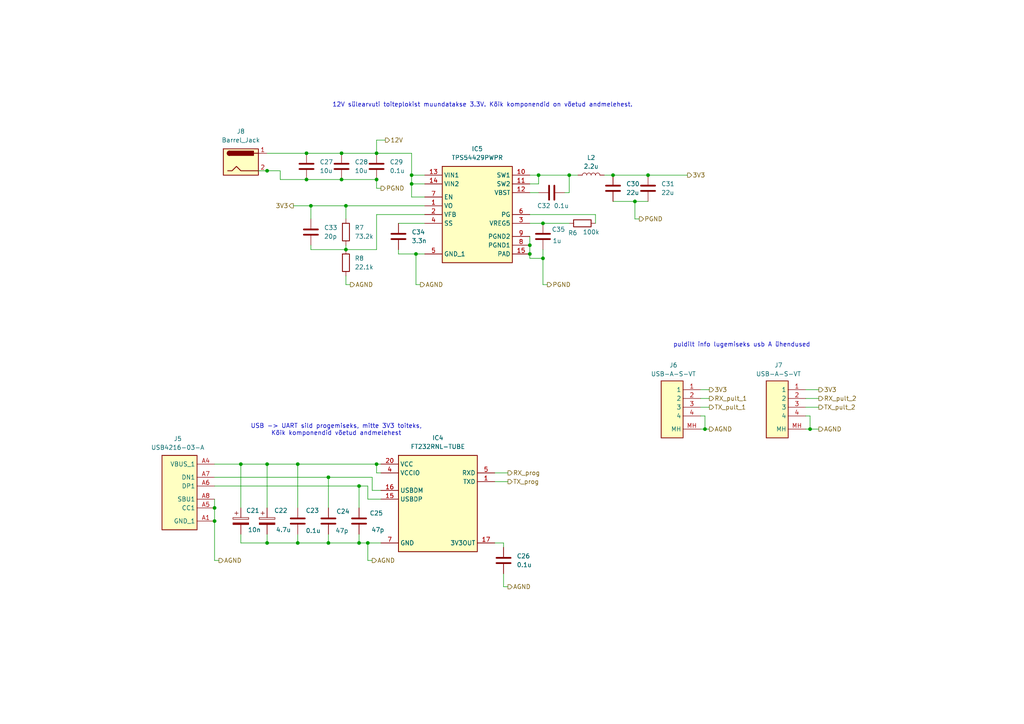
<source format=kicad_sch>
(kicad_sch (version 20250114) (generator "eeschema") (generator_version "9.0")
  (paper "A4")
  (lib_symbols
    (symbol "Connector:Barrel_Jack" (pin_names (offset 1.016))
      (property "Reference" "J" (at 0 5.334 0))
      (property "Value" "Barrel_Jack" (at 0 -5.08 0))
      (symbol "Barrel_Jack_0_1"
        (rectangle (start -5.08 3.81) (end 5.08 -3.81) (stroke (width 0.254)) (fill (type background)))
        (polyline (pts (xy -3.81 -2.54) (xy -2.54 -2.54) (xy -1.27 -1.27) (xy 0 -2.54) (xy 2.54 -2.54) (xy 5.08 -2.54)) (stroke (width 0.254)))
        (arc (start -3.302 1.905) (mid -3.9343 2.54) (end -3.302 3.175) (stroke (width 0.254)))
        (arc (start -3.302 1.905) (mid -3.9343 2.54) (end -3.302 3.175) (stroke (width 0.254)) (fill (type outline)))
        (rectangle (start 3.683 3.175) (end -3.302 1.905) (stroke (width 0.254)) (fill (type outline)))
        (polyline (pts (xy 5.08 2.54) (xy 3.81 2.54)) (stroke (width 0.254)))
      )
      (symbol "Barrel_Jack_1_1"
        (pin passive line (at 7.62 2.54 180) (length 2.54) (name "~") (number "1"))
        (pin passive line (at 7.62 -2.54 180) (length 2.54) (name "~") (number "2"))
      )
    )
    (symbol "Device:C" (pin_numbers (hide yes)) (pin_names (offset 0.254))
      (property "Reference" "C" (at 0.635 2.54 0))
      (property "Value" "C" (at 0.635 -2.54 0))
      (symbol "C_0_1"
        (polyline (pts (xy -2.032 0.762) (xy 2.032 0.762)) (stroke (width 0.508)))
        (polyline (pts (xy -2.032 -0.762) (xy 2.032 -0.762)) (stroke (width 0.508)))
      )
      (symbol "C_1_1"
        (pin passive line (at 0 3.81 270) (length 2.794) (name "~") (number "1"))
        (pin passive line (at 0 -3.81 90) (length 2.794) (name "~") (number "2"))
      )
    )
    (symbol "Device:C_Polarized" (pin_numbers (hide yes)) (pin_names (offset 0.254))
      (property "Reference" "C" (at 0.635 2.54 0))
      (property "Value" "C_Polarized" (at 0.635 -2.54 0))
      (symbol "C_Polarized_0_1"
        (rectangle (start -2.286 0.508) (end 2.286 1.016))
        (polyline (pts (xy -1.778 2.286) (xy -0.762 2.286)))
        (polyline (pts (xy -1.27 2.794) (xy -1.27 1.778)))
        (rectangle (start 2.286 -0.508) (end -2.286 -1.016) (fill (type outline)))
      )
      (symbol "C_Polarized_1_1"
        (pin passive line (at 0 3.81 270) (length 2.794) (name "~") (number "1"))
        (pin passive line (at 0 -3.81 90) (length 2.794) (name "~") (number "2"))
      )
    )
    (symbol "Device:L" (pin_numbers (hide yes)) (pin_names (offset 1.016) (hide yes))
      (property "Reference" "L" (at -1.27 0 90))
      (property "Value" "L" (at 1.905 0 90))
      (symbol "L_0_1"
        (arc (start 0 2.54) (mid 0.6323 1.905) (end 0 1.27))
        (arc (start 0 1.27) (mid 0.6323 0.635) (end 0 0))
        (arc (start 0 0) (mid 0.6323 -0.635) (end 0 -1.27))
        (arc (start 0 -1.27) (mid 0.6323 -1.905) (end 0 -2.54))
      )
      (symbol "L_1_1"
        (pin passive line (at 0 3.81 270) (length 1.27) (name "1") (number "1"))
        (pin passive line (at 0 -3.81 90) (length 1.27) (name "2") (number "2"))
      )
    )
    (symbol "Device:R" (pin_numbers (hide yes)) (pin_names (offset 0))
      (property "Reference" "R" (at 2.032 0 90))
      (property "Value" "R" (at 0 0 90))
      (symbol "R_0_1"
        (rectangle (start -1.016 -2.54) (end 1.016 2.54) (stroke (width 0.254)))
      )
      (symbol "R_1_1"
        (pin passive line (at 0 3.81 270) (length 1.27) (name "~") (number "1"))
        (pin passive line (at 0 -3.81 90) (length 1.27) (name "~") (number "2"))
      )
    )
    (symbol "FT232RNL-TUBE:FT232RNL-TUBE"
      (property "Reference" "IC3" (at 16.51 7.62 0))
      (property "Value" "FT232RNL-TUBE" (at 16.51 5.08 0))
      (symbol "FT232RNL-TUBE_1_1"
        (rectangle (start 5.08 2.54) (end 27.94 -25.4) (stroke (width 0.254)) (fill (type background)))
        (pin passive line (at 0 0 0) (length 5.08) (name "VCC") (number "20"))
        (pin passive line (at 0 -2.54 0) (length 5.08) (name "VCCIO") (number "4"))
        (pin passive line (at 0 -7.62 0) (length 5.08) (name "USBDM") (number "16"))
        (pin passive line (at 0 -10.16 0) (length 5.08) (name "USBDP") (number "15"))
        (pin no_connect line (at 0 -16.51 0) (length 5.08) (hide yes) (name "RESET#") (number "19"))
        (pin passive line (at 0 -19.05 0) (length 5.08) (hide yes) (name "NC_2") (number "24"))
        (pin passive line (at 0 -19.05 0) (length 5.08) (hide yes) (name "NC_1") (number "8"))
        (pin no_connect line (at 0 -20.32 0) (length 5.08) (hide yes) (name "OSCI") (number "27"))
        (pin passive line (at 0 -22.86 0) (length 5.08) (hide yes) (name "GND_2") (number "18"))
        (pin passive line (at 0 -22.86 0) (length 5.08) (hide yes) (name "GND_3") (number "21"))
        (pin passive line (at 0 -22.86 0) (length 5.08) (hide yes) (name "AGND") (number "25"))
        (pin no_connect line (at 0 -22.86 0) (length 5.08) (hide yes) (name "OSCO") (number "28"))
        (pin passive line (at 0 -22.86 0) (length 5.08) (name "GND") (number "7"))
        (pin passive line (at 1.27 -22.86 0) (length 5.08) (hide yes) (name "TEST") (number "26"))
        (pin passive line (at 33.02 -2.54 180) (length 5.08) (name "RXD") (number "5"))
        (pin passive line (at 33.02 -5.08 180) (length 5.08) (name "TXD") (number "1"))
        (pin no_connect line (at 33.02 -15.24 180) (length 5.08) (hide yes) (name "CTS#") (number "11"))
        (pin no_connect line (at 33.02 -15.24 180) (length 5.08) (hide yes) (name "CBUS2") (number "13"))
        (pin no_connect line (at 33.02 -15.24 180) (length 5.08) (hide yes) (name "CBUS0") (number "23"))
        (pin no_connect line (at 33.02 -15.24 180) (length 5.08) (hide yes) (name "RTS#") (number "3"))
        (pin no_connect line (at 33.02 -15.24 180) (length 5.08) (hide yes) (name "DSR#") (number "9"))
        (pin no_connect line (at 33.02 -17.78 180) (length 5.08) (hide yes) (name "DCD#") (number "10"))
        (pin no_connect line (at 33.02 -17.78 180) (length 5.08) (hide yes) (name "CBUS4") (number "12"))
        (pin no_connect line (at 33.02 -17.78 180) (length 5.08) (hide yes) (name "CBUS3") (number "14"))
        (pin no_connect line (at 33.02 -17.78 180) (length 5.08) (hide yes) (name "DTR#") (number "2"))
        (pin no_connect line (at 33.02 -17.78 180) (length 5.08) (hide yes) (name "CBUS1") (number "22"))
        (pin no_connect line (at 33.02 -17.78 180) (length 5.08) (hide yes) (name "RI#") (number "6"))
        (pin passive line (at 33.02 -22.86 180) (length 5.08) (name "3V3OUT") (number "17"))
      )
    )
    (symbol "TPS54429PWPR:TPS54429PWPR"
      (property "Reference" "IC1" (at 15.24 7.62 0))
      (property "Value" "TPS54429PWPR" (at 15.24 5.08 0))
      (symbol "TPS54429PWPR_1_1"
        (rectangle (start 5.08 2.54) (end 25.4 -25.4) (stroke (width 0.254)) (fill (type background)))
        (pin passive line (at 0 0 0) (length 5.08) (name "VIN1") (number "13"))
        (pin passive line (at 0 -2.54 0) (length 5.08) (name "VIN2") (number "14"))
        (pin passive line (at 0 -6.35 0) (length 5.08) (name "EN") (number "7"))
        (pin passive line (at 0 -8.89 0) (length 5.08) (name "VO") (number "1"))
        (pin passive line (at 0 -11.43 0) (length 5.08) (name "VFB") (number "2"))
        (pin passive line (at 0 -13.97 0) (length 5.08) (name "SS") (number "4"))
        (pin passive line (at 0 -22.86 0) (length 5.08) (name "GND_1") (number "5"))
        (pin passive line (at 30.48 0 180) (length 5.08) (name "SW1") (number "10"))
        (pin passive line (at 30.48 -2.54 180) (length 5.08) (name "SW2") (number "11"))
        (pin passive line (at 30.48 -5.08 180) (length 5.08) (name "VBST") (number "12"))
        (pin passive line (at 30.48 -11.43 180) (length 5.08) (name "PG") (number "6"))
        (pin passive line (at 30.48 -13.97 180) (length 5.08) (name "VREG5") (number "3"))
        (pin passive line (at 30.48 -17.78 180) (length 5.08) (name "PGND2") (number "9"))
        (pin passive line (at 30.48 -20.32 180) (length 5.08) (name "PGND1") (number "8"))
        (pin passive line (at 30.48 -22.86 180) (length 5.08) (name "PAD") (number "15"))
      )
    )
    (symbol "USB-A-S-VT:USB-A-S-VT"
      (property "Reference" "J3" (at 14.986 7.112 0))
      (property "Value" "USB-A-S-VT" (at 14.986 4.572 0))
      (symbol "USB-A-S-VT_1_1"
        (rectangle (start 11.43 2.54) (end 17.78 -13.97) (stroke (width 0.254)) (fill (type background)))
        (pin passive line (at 22.86 0 180) (length 5.08) (name "1") (number "1"))
        (pin passive line (at 22.86 -2.54 180) (length 5.08) (name "2") (number "2"))
        (pin passive line (at 22.86 -5.08 180) (length 5.08) (name "3") (number "3"))
        (pin passive line (at 22.86 -7.62 180) (length 5.08) (name "4") (number "4"))
        (pin passive line (at 22.86 -11.43 180) (length 5.08) (name "MH") (number "MH"))
        (pin passive line (at 22.86 -11.43 180) (length 5.08) (hide yes) (name "MH1") (number "MH1"))
      )
    )
    (symbol "USB4216-03-A:USB4216-03-A"
      (property "Reference" "J2" (at 22.352 7.366 0))
      (property "Value" "USB4216-03-A" (at 22.352 4.826 0))
      (symbol "USB4216-03-A_1_1"
        (rectangle (start 17.78 2.54) (end 27.94 -19.05) (stroke (width 0.254)) (fill (type background)))
        (pin passive line (at 33.02 0 180) (length 5.08) (name "VBUS_1") (number "A4"))
        (pin passive line (at 33.02 0 180) (length 5.08) (hide yes) (name "VBUS_2") (number "B4"))
        (pin passive line (at 33.02 -3.81 180) (length 5.08) (name "DN1") (number "A7"))
        (pin passive line (at 33.02 -3.81 180) (length 5.08) (hide yes) (name "DN2") (number "B7"))
        (pin passive line (at 33.02 -6.35 180) (length 5.08) (name "DP1") (number "A6"))
        (pin passive line (at 33.02 -6.35 180) (length 5.08) (hide yes) (name "DP2") (number "B6"))
        (pin passive line (at 33.02 -10.16 180) (length 5.08) (name "SBU1") (number "A8"))
        (pin passive line (at 33.02 -10.16 180) (length 5.08) (hide yes) (name "SBU2") (number "B8"))
        (pin passive line (at 33.02 -12.7 180) (length 5.08) (name "CC1") (number "A5"))
        (pin passive line (at 33.02 -12.7 180) (length 5.08) (hide yes) (name "CC2") (number "B5"))
        (pin passive line (at 33.02 -16.51 180) (length 5.08) (name "GND_1") (number "A1"))
        (pin passive line (at 33.02 -16.51 180) (length 5.08) (hide yes) (name "GND_2") (number "B1"))
        (pin passive line (at 33.02 -16.51 180) (length 5.08) (hide yes) (name "GND_3") (number "G1"))
        (pin passive line (at 33.02 -16.51 180) (length 5.08) (hide yes) (name "GND_4") (number "G2"))
        (pin passive line (at 33.02 -16.51 180) (length 5.08) (hide yes) (name "GND_5") (number "G3"))
        (pin passive line (at 33.02 -16.51 180) (length 5.08) (hide yes) (name "GND_6") (number "G4"))
      )
    )
  )
  (text "12V sülearvuti toiteplokist muundatakse 3.3V. Kõik komponendid on võetud andmelehest." (at 139.954 30.48 0) (effects (font (size 1.27 1.27))))
  (text "USB -> UART sild progemiseks, mitte 3V3 toiteks,\nKõik komponendid võetud andmelehest" (at 97.536 124.714 0) (effects (font (size 1.27 1.27))))
  (text "puldilt info lugemiseks usb A ühendused" (at 215.138 100.076 0) (effects (font (size 1.27 1.27))))
  (junction (at 77.47 49.53))
  (junction (at 77.47 157.48))
  (junction (at 88.9 52.07))
  (junction (at 95.25 157.48))
  (junction (at 106.68 157.48))
  (junction (at 109.22 52.07))
  (junction (at 104.14 140.97))
  (junction (at 69.85 134.62))
  (junction (at 100.33 59.69))
  (junction (at 184.15 58.42))
  (junction (at 153.67 73.66))
  (junction (at 99.06 52.07))
  (junction (at 119.38 50.8))
  (junction (at 77.47 134.62))
  (junction (at 109.22 134.62))
  (junction (at 104.14 157.48))
  (junction (at 187.96 50.8))
  (junction (at 177.8 50.8))
  (junction (at 153.67 71.12))
  (junction (at 90.17 59.69))
  (junction (at 157.48 74.93))
  (junction (at 165.1 50.8))
  (junction (at 62.23 147.32))
  (junction (at 86.36 157.48))
  (junction (at 99.06 44.45))
  (junction (at 62.23 151.13))
  (junction (at 86.36 134.62))
  (junction (at 204.47 124.46))
  (junction (at 156.21 50.8))
  (junction (at 119.38 53.34))
  (junction (at 109.22 44.45))
  (junction (at 95.25 138.43))
  (junction (at 100.33 72.39))
  (junction (at 157.48 64.77))
  (junction (at 234.95 124.46))
  (junction (at 120.65 73.66))
  (junction (at 88.9 44.45))
  (wire (pts (xy 110.49 137.16) (xy 109.22 137.16)))
  (wire (pts (xy 62.23 134.62) (xy 69.85 134.62)))
  (wire (pts (xy 153.67 62.23) (xy 172.72 62.23)))
  (wire (pts (xy 153.67 50.8) (xy 156.21 50.8)))
  (wire (pts (xy 62.23 138.43) (xy 95.25 138.43)))
  (wire (pts (xy 143.51 139.7) (xy 147.32 139.7)))
  (wire (pts (xy 109.22 44.45) (xy 119.38 44.45)))
  (wire (pts (xy 184.15 63.5) (xy 185.42 63.5)))
  (wire (pts (xy 115.57 73.66) (xy 120.65 73.66)))
  (wire (pts (xy 123.19 59.69) (xy 100.33 59.69)))
  (wire (pts (xy 165.1 55.88) (xy 165.1 50.8)))
  (wire (pts (xy 153.67 71.12) (xy 153.67 73.66)))
  (wire (pts (xy 203.2 124.46) (xy 204.47 124.46)))
  (wire (pts (xy 86.36 134.62) (xy 109.22 134.62)))
  (wire (pts (xy 69.85 157.48) (xy 77.47 157.48)))
  (wire (pts (xy 204.47 124.46) (xy 205.74 124.46)))
  (wire (pts (xy 62.23 147.32) (xy 62.23 151.13)))
  (wire (pts (xy 157.48 64.77) (xy 165.1 64.77)))
  (wire (pts (xy 234.95 120.65) (xy 234.95 124.46)))
  (wire (pts (xy 109.22 52.07) (xy 109.22 54.61)))
  (wire (pts (xy 143.51 157.48) (xy 146.05 157.48)))
  (wire (pts (xy 77.47 44.45) (xy 88.9 44.45)))
  (wire (pts (xy 109.22 54.61) (xy 110.49 54.61)))
  (wire (pts (xy 203.2 120.65) (xy 204.47 120.65)))
  (wire (pts (xy 106.68 162.56) (xy 107.95 162.56)))
  (wire (pts (xy 81.28 49.53) (xy 81.28 52.07)))
  (wire (pts (xy 88.9 44.45) (xy 99.06 44.45)))
  (wire (pts (xy 109.22 40.64) (xy 111.76 40.64)))
  (wire (pts (xy 233.68 120.65) (xy 234.95 120.65)))
  (wire (pts (xy 95.25 138.43) (xy 107.95 138.43)))
  (wire (pts (xy 146.05 170.18) (xy 147.32 170.18)))
  (wire (pts (xy 172.72 62.23) (xy 172.72 64.77)))
  (wire (pts (xy 233.68 113.03) (xy 237.49 113.03)))
  (wire (pts (xy 109.22 62.23) (xy 123.19 62.23)))
  (wire (pts (xy 234.95 124.46) (xy 237.49 124.46)))
  (wire (pts (xy 233.68 118.11) (xy 237.49 118.11)))
  (wire (pts (xy 90.17 71.12) (xy 90.17 72.39)))
  (wire (pts (xy 153.67 64.77) (xy 157.48 64.77)))
  (wire (pts (xy 100.33 80.01) (xy 100.33 82.55)))
  (wire (pts (xy 69.85 134.62) (xy 69.85 147.32)))
  (wire (pts (xy 95.25 138.43) (xy 95.25 147.32)))
  (wire (pts (xy 69.85 157.48) (xy 69.85 154.94)))
  (wire (pts (xy 109.22 134.62) (xy 110.49 134.62)))
  (wire (pts (xy 100.33 72.39) (xy 100.33 71.12)))
  (wire (pts (xy 95.25 157.48) (xy 95.25 154.94)))
  (wire (pts (xy 153.67 74.93) (xy 157.48 74.93)))
  (wire (pts (xy 175.26 50.8) (xy 177.8 50.8)))
  (wire (pts (xy 104.14 157.48) (xy 106.68 157.48)))
  (wire (pts (xy 115.57 64.77) (xy 123.19 64.77)))
  (wire (pts (xy 100.33 72.39) (xy 109.22 72.39)))
  (wire (pts (xy 86.36 157.48) (xy 95.25 157.48)))
  (wire (pts (xy 99.06 52.07) (xy 109.22 52.07)))
  (wire (pts (xy 204.47 120.65) (xy 204.47 124.46)))
  (wire (pts (xy 120.65 73.66) (xy 123.19 73.66)))
  (wire (pts (xy 74.93 49.53) (xy 77.47 49.53)))
  (wire (pts (xy 233.68 115.57) (xy 237.49 115.57)))
  (wire (pts (xy 109.22 44.45) (xy 109.22 40.64)))
  (wire (pts (xy 106.68 144.78) (xy 110.49 144.78)))
  (wire (pts (xy 157.48 74.93) (xy 157.48 82.55)))
  (wire (pts (xy 203.2 115.57) (xy 205.74 115.57)))
  (wire (pts (xy 104.14 140.97) (xy 106.68 140.97)))
  (wire (pts (xy 120.65 73.66) (xy 120.65 82.55)))
  (wire (pts (xy 90.17 59.69) (xy 100.33 59.69)))
  (wire (pts (xy 146.05 166.37) (xy 146.05 170.18)))
  (wire (pts (xy 90.17 63.5) (xy 90.17 59.69)))
  (wire (pts (xy 156.21 50.8) (xy 156.21 53.34)))
  (wire (pts (xy 163.83 55.88) (xy 165.1 55.88)))
  (wire (pts (xy 187.96 50.8) (xy 199.39 50.8)))
  (wire (pts (xy 119.38 50.8) (xy 119.38 53.34)))
  (wire (pts (xy 104.14 157.48) (xy 104.14 154.94)))
  (wire (pts (xy 104.14 140.97) (xy 104.14 147.32)))
  (wire (pts (xy 157.48 72.39) (xy 157.48 74.93)))
  (wire (pts (xy 77.47 49.53) (xy 81.28 49.53)))
  (wire (pts (xy 153.67 68.58) (xy 153.67 71.12)))
  (wire (pts (xy 109.22 134.62) (xy 109.22 137.16)))
  (wire (pts (xy 77.47 134.62) (xy 77.47 147.32)))
  (wire (pts (xy 233.68 124.46) (xy 234.95 124.46)))
  (wire (pts (xy 115.57 72.39) (xy 115.57 73.66)))
  (wire (pts (xy 153.67 73.66) (xy 153.67 74.93)))
  (wire (pts (xy 203.2 118.11) (xy 205.74 118.11)))
  (wire (pts (xy 165.1 50.8) (xy 167.64 50.8)))
  (wire (pts (xy 62.23 144.78) (xy 62.23 147.32)))
  (wire (pts (xy 100.33 82.55) (xy 101.6 82.55)))
  (wire (pts (xy 184.15 58.42) (xy 187.96 58.42)))
  (wire (pts (xy 184.15 58.42) (xy 184.15 63.5)))
  (wire (pts (xy 99.06 44.45) (xy 109.22 44.45)))
  (wire (pts (xy 109.22 72.39) (xy 109.22 62.23)))
  (wire (pts (xy 156.21 50.8) (xy 165.1 50.8)))
  (wire (pts (xy 119.38 53.34) (xy 119.38 57.15)))
  (wire (pts (xy 143.51 137.16) (xy 147.32 137.16)))
  (wire (pts (xy 85.09 59.69) (xy 90.17 59.69)))
  (wire (pts (xy 107.95 142.24) (xy 110.49 142.24)))
  (wire (pts (xy 88.9 52.07) (xy 99.06 52.07)))
  (wire (pts (xy 106.68 157.48) (xy 110.49 157.48)))
  (wire (pts (xy 157.48 82.55) (xy 158.75 82.55)))
  (wire (pts (xy 62.23 151.13) (xy 62.23 162.56)))
  (wire (pts (xy 100.33 59.69) (xy 100.33 63.5)))
  (wire (pts (xy 107.95 138.43) (xy 107.95 142.24)))
  (wire (pts (xy 177.8 50.8) (xy 187.96 50.8)))
  (wire (pts (xy 86.36 157.48) (xy 86.36 154.94)))
  (wire (pts (xy 77.47 134.62) (xy 86.36 134.62)))
  (wire (pts (xy 120.65 82.55) (xy 121.92 82.55)))
  (wire (pts (xy 119.38 57.15) (xy 123.19 57.15)))
  (wire (pts (xy 62.23 140.97) (xy 104.14 140.97)))
  (wire (pts (xy 95.25 157.48) (xy 104.14 157.48)))
  (wire (pts (xy 69.85 134.62) (xy 77.47 134.62)))
  (wire (pts (xy 77.47 157.48) (xy 86.36 157.48)))
  (wire (pts (xy 153.67 53.34) (xy 156.21 53.34)))
  (wire (pts (xy 203.2 113.03) (xy 205.74 113.03)))
  (wire (pts (xy 146.05 157.48) (xy 146.05 158.75)))
  (wire (pts (xy 177.8 58.42) (xy 184.15 58.42)))
  (wire (pts (xy 106.68 157.48) (xy 106.68 162.56)))
  (wire (pts (xy 62.23 162.56) (xy 63.5 162.56)))
  (wire (pts (xy 119.38 50.8) (xy 119.38 44.45)))
  (wire (pts (xy 77.47 157.48) (xy 77.47 154.94)))
  (wire (pts (xy 106.68 140.97) (xy 106.68 144.78)))
  (wire (pts (xy 81.28 52.07) (xy 88.9 52.07)))
  (wire (pts (xy 153.67 55.88) (xy 156.21 55.88)))
  (wire (pts (xy 90.17 72.39) (xy 100.33 72.39)))
  (wire (pts (xy 119.38 50.8) (xy 123.19 50.8)))
  (wire (pts (xy 119.38 53.34) (xy 123.19 53.34)))
  (wire (pts (xy 86.36 134.62) (xy 86.36 147.32)))
  (hierarchical_label "AGND" (shape output) (at 63.5 162.56 0))
  (hierarchical_label "PGND" (shape output) (at 185.42 63.5 0))
  (hierarchical_label "TX_prog" (shape output) (at 147.32 139.7 0))
  (hierarchical_label "AGND" (shape output) (at 121.92 82.55 0))
  (hierarchical_label "RX_pult_1" (shape output) (at 205.74 115.57 0))
  (hierarchical_label "3V3" (shape output) (at 85.09 59.69 180))
  (hierarchical_label "AGND" (shape output) (at 205.74 124.46 0))
  (hierarchical_label "AGND" (shape output) (at 237.49 124.46 0))
  (hierarchical_label "PGND" (shape output) (at 158.75 82.55 0))
  (hierarchical_label "12V" (shape output) (at 111.76 40.64 0))
  (hierarchical_label "RX_prog" (shape output) (at 147.32 137.16 0))
  (hierarchical_label "AGND" (shape output) (at 107.95 162.56 0))
  (hierarchical_label "AGND" (shape output) (at 101.6 82.55 0))
  (hierarchical_label "RX_pult_2" (shape output) (at 237.49 115.57 0))
  (hierarchical_label "AGND" (shape output) (at 147.32 170.18 0))
  (hierarchical_label "TX_pult_2" (shape output) (at 237.49 118.11 0))
  (hierarchical_label "PGND" (shape output) (at 110.49 54.61 0))
  (hierarchical_label "3V3" (shape output) (at 205.74 113.03 0))
  (hierarchical_label "TX_pult_1" (shape output) (at 205.74 118.11 0))
  (hierarchical_label "3V3" (shape output) (at 237.49 113.03 0))
  (hierarchical_label "3V3" (shape output) (at 199.39 50.8 0))
  (symbol (lib_id "TPS54429PWPR:TPS54429PWPR") (at 123.19 50.8 0) (unit 1)
    (property "Reference" "IC5" (at 138.43 43.18 0))
    (property "Value" "TPS54429PWPR" (at 138.43 45.72 0))
    (property "Footprint" "SOP65P640X120-15N" (effects (hide yes)))
    (property "Datasheet" "http://www.ti.com/lit/gpn/tps54429" (effects (hide yes)))
    (property "Description" "7V to 18V Input, 4.5A Synchronous Step-Down DCAP2 Mode Converter" (effects (hide yes)))
    (property "Height" "1.2" (effects (hide yes)))
    (property "Mouser Part Number" "595-TPS54429PWPR" (effects (hide yes)))
    (property "Mouser Price/Stock" "https://www.mouser.co.uk/ProductDetail/Texas-Instruments/TPS54429PWPR?qs=QtI0yD1FyONGxDVqigl07Q%3D%3D" (effects (hide yes)))
    (property "Manufacturer_Name" "Texas Instruments" (effects (hide yes)))
    (property "Manufacturer_Part_Number" "TPS54429PWPR" (effects (hide yes)))
  )
  (symbol (lib_id "Device:C") (at 99.06 48.26 0) (unit 1)
    (property "Reference" "C28" (at 102.87 46.9899 0) (effects (justify left)))
    (property "Value" "10u" (at 102.87 49.5299 0) (effects (justify left)))
    (property "Description" "Unpolarized capacitor" (effects (hide yes)))
  )
  (symbol (lib_id "Device:C_Polarized") (at 69.85 151.13 0) (unit 1)
    (property "Reference" "C21" (at 71.374 148.082 0) (effects (justify left)))
    (property "Value" "10n" (at 71.882 153.67 0) (effects (justify left)))
    (property "Description" "Polarized capacitor" (effects (hide yes)))
  )
  (symbol (lib_id "Device:R") (at 168.91 64.77 90) (unit 1)
    (property "Reference" "R6" (at 166.116 67.564 90))
    (property "Value" "100k" (at 171.45 67.31 90))
    (property "Description" "Resistor" (effects (hide yes)))
  )
  (symbol (lib_id "Device:C") (at 86.36 151.13 0) (unit 1)
    (property "Reference" "C23" (at 88.646 148.082 0) (effects (justify left)))
    (property "Value" "0.1u" (at 88.646 153.924 0) (effects (justify left)))
    (property "Description" "Unpolarized capacitor" (effects (hide yes)))
  )
  (symbol (lib_id "Device:C") (at 95.25 151.13 0) (unit 1)
    (property "Reference" "C24" (at 97.536 148.336 0) (effects (justify left)))
    (property "Value" "47p" (at 97.282 153.924 0) (effects (justify left)))
    (property "Description" "Unpolarized capacitor" (effects (hide yes)))
  )
  (symbol (lib_id "Device:C") (at 90.17 67.31 0) (unit 1)
    (property "Reference" "C33" (at 93.98 66.0399 0) (effects (justify left)))
    (property "Value" "20p" (at 93.98 68.5799 0) (effects (justify left)))
    (property "Description" "Unpolarized capacitor" (effects (hide yes)))
  )
  (symbol (lib_id "Device:C") (at 104.14 151.13 0) (unit 1)
    (property "Reference" "C25" (at 107.188 148.844 0) (effects (justify left)))
    (property "Value" "47p" (at 107.696 153.67 0) (effects (justify left)))
    (property "Description" "Unpolarized capacitor" (effects (hide yes)))
  )
  (symbol (lib_id "Device:R") (at 100.33 76.2 0) (unit 1)
    (property "Reference" "R8" (at 102.87 74.9299 0) (effects (justify left)))
    (property "Value" "22.1k" (at 102.87 77.4699 0) (effects (justify left)))
    (property "Description" "Resistor" (effects (hide yes)))
  )
  (symbol (lib_id "FT232RNL-TUBE:FT232RNL-TUBE") (at 110.49 134.62 0) (unit 1)
    (property "Reference" "IC4" (at 127 127 0))
    (property "Value" "FT232RNL-TUBE" (at 127 129.54 0))
    (property "Footprint" "SOP65P780X200-28N" (effects (hide yes)))
    (property "Datasheet" "https://ftdichip.com/wp-content/uploads/2023/03/DS_FT232RN.pdf" (effects (hide yes)))
    (property "Description" "USB Interface IC USB Full Speed to Serial UART IC, Includes Oscillator and EEPROM, SSOP-28" (effects (hide yes)))
    (property "Height" "2" (effects (hide yes)))
    (property "Mouser Part Number" "895-FT232RNL-TUBE" (effects (hide yes)))
    (property "Mouser Price/Stock" "https://www.mouser.co.uk/ProductDetail/FTDI/FT232RNL-TUBE?qs=By6Nw2ByBD3n6DWgWW3egA%3D%3D" (effects (hide yes)))
    (property "Manufacturer_Name" "FTDI Chip" (effects (hide yes)))
    (property "Manufacturer_Part_Number" "FT232RNL-TUBE" (effects (hide yes)))
  )
  (symbol (lib_id "Device:R") (at 100.33 67.31 0) (unit 1)
    (property "Reference" "R7" (at 102.87 66.0399 0) (effects (justify left)))
    (property "Value" "73.2k" (at 102.87 68.5799 0) (effects (justify left)))
    (property "Description" "Resistor" (effects (hide yes)))
  )
  (symbol (lib_id "USB4216-03-A:USB4216-03-A") (at 29.21 134.62 0) (unit 1)
    (property "Reference" "J5" (at 51.562 127.254 0))
    (property "Value" "USB4216-03-A" (at 51.562 129.794 0))
    (property "Footprint" "USB421603A" (effects (hide yes)))
    (property "Description" "USB Connectors USB C Receptacle, Short Body, USB2.0, 16Pin, Horizontal, SMT" (effects (hide yes)))
    (property "Manufacturer_Name" "GCT (GLOBAL CONNECTOR TECHNOLOGY)" (effects (hide yes)))
    (property "Manufacturer_Part_Number" "USB4216-03-A" (effects (hide yes)))
  )
  (symbol (lib_id "Device:L") (at 171.45 50.8 90) (unit 1)
    (property "Reference" "L2" (at 171.45 45.72 90))
    (property "Value" "2.2u" (at 171.45 48.26 90))
    (property "Description" "Inductor" (effects (hide yes)))
  )
  (symbol (lib_id "Device:C") (at 88.9 48.26 0) (unit 1)
    (property "Reference" "C27" (at 92.71 46.9899 0) (effects (justify left)))
    (property "Value" "10u" (at 92.71 49.5299 0) (effects (justify left)))
    (property "Description" "Unpolarized capacitor" (effects (hide yes)))
  )
  (symbol (lib_id "USB-A-S-VT:USB-A-S-VT") (at 210.82 113.03 0) (unit 1)
    (property "Reference" "J7" (at 225.806 105.918 0))
    (property "Value" "USB-A-S-VT" (at 225.806 108.458 0))
    (property "Footprint" "USBASVT" (effects (hide yes)))
    (property "Description" "MULTICOMP USB-A-S-VTUSB Connector, USB Type A, USB 2.0, Receptacle, 4 Ways, Through Hole Mount, Vertical" (effects (hide yes)))
    (property "Height" "15" (effects (hide yes)))
    (property "Manufacturer_Name" "Multicomp Pro" (effects (hide yes)))
    (property "Manufacturer_Part_Number" "USB-A-S-VT" (effects (hide yes)))
  )
  (symbol (lib_id "Device:C") (at 160.02 55.88 90) (unit 1)
    (property "Reference" "C32" (at 157.734 59.69 90))
    (property "Value" "0.1u" (at 162.814 59.69 90))
    (property "Description" "Unpolarized capacitor" (effects (hide yes)))
  )
  (symbol (lib_id "Device:C") (at 187.96 54.61 0) (unit 1)
    (property "Reference" "C31" (at 191.77 53.3399 0) (effects (justify left)))
    (property "Value" "22u" (at 191.77 55.8799 0) (effects (justify left)))
    (property "Description" "Unpolarized capacitor" (effects (hide yes)))
  )
  (symbol (lib_id "Device:C") (at 109.22 48.26 0) (unit 1)
    (property "Reference" "C29" (at 113.03 46.9899 0) (effects (justify left)))
    (property "Value" "0.1u" (at 113.03 49.5299 0) (effects (justify left)))
    (property "Description" "Unpolarized capacitor" (effects (hide yes)))
  )
  (symbol (lib_id "Device:C") (at 177.8 54.61 0) (unit 1)
    (property "Reference" "C30" (at 181.61 53.3399 0) (effects (justify left)))
    (property "Value" "22u" (at 181.61 55.8799 0) (effects (justify left)))
    (property "Description" "Unpolarized capacitor" (effects (hide yes)))
  )
  (symbol (lib_id "Device:C") (at 115.57 68.58 0) (unit 1)
    (property "Reference" "C34" (at 119.38 67.3099 0) (effects (justify left)))
    (property "Value" "3.3n" (at 119.38 69.8499 0) (effects (justify left)))
    (property "Description" "Unpolarized capacitor" (effects (hide yes)))
  )
  (symbol (lib_id "Connector:Barrel_Jack") (at 69.85 46.99 0) (unit 1)
    (property "Reference" "J8" (at 69.85 38.1 0))
    (property "Value" "Barrel_Jack" (at 69.85 40.64 0))
    (property "Description" "DC Barrel Jack" (effects (hide yes)))
  )
  (symbol (lib_id "Device:C") (at 157.48 68.58 0) (unit 1)
    (property "Reference" "C35" (at 160.02 66.548 0) (effects (justify left)))
    (property "Value" "1u" (at 160.274 69.85 0) (effects (justify left)))
    (property "Description" "Unpolarized capacitor" (effects (hide yes)))
  )
  (symbol (lib_id "Device:C_Polarized") (at 77.47 151.13 0) (unit 1)
    (property "Reference" "C22" (at 79.502 148.082 0) (effects (justify left)))
    (property "Value" "4.7u" (at 80.01 153.67 0) (effects (justify left)))
    (property "Description" "Polarized capacitor" (effects (hide yes)))
  )
  (symbol (lib_id "USB-A-S-VT:USB-A-S-VT") (at 180.34 113.03 0) (unit 1)
    (property "Reference" "J6" (at 195.326 105.918 0))
    (property "Value" "USB-A-S-VT" (at 195.326 108.458 0))
    (property "Footprint" "USBASVT" (effects (hide yes)))
    (property "Description" "MULTICOMP USB-A-S-VTUSB Connector, USB Type A, USB 2.0, Receptacle, 4 Ways, Through Hole Mount, Vertical" (effects (hide yes)))
    (property "Height" "15" (effects (hide yes)))
    (property "Manufacturer_Name" "Multicomp Pro" (effects (hide yes)))
    (property "Manufacturer_Part_Number" "USB-A-S-VT" (effects (hide yes)))
  )
  (symbol (lib_id "Device:C") (at 146.05 162.56 0) (unit 1)
    (property "Reference" "C26" (at 149.86 161.2899 0) (effects (justify left)))
    (property "Value" "0.1u" (at 149.86 163.8299 0) (effects (justify left)))
    (property "Description" "Unpolarized capacitor" (effects (hide yes)))
  )
)
</source>
